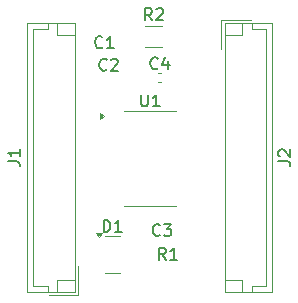
<source format=gbr>
%TF.GenerationSoftware,KiCad,Pcbnew,8.0.2-8.0.2-0~ubuntu22.04.1*%
%TF.CreationDate,2024-06-01T15:22:32+09:00*%
%TF.ProjectId,TB6612,54423636-3132-42e6-9b69-6361645f7063,rev?*%
%TF.SameCoordinates,Original*%
%TF.FileFunction,Legend,Top*%
%TF.FilePolarity,Positive*%
%FSLAX46Y46*%
G04 Gerber Fmt 4.6, Leading zero omitted, Abs format (unit mm)*
G04 Created by KiCad (PCBNEW 8.0.2-8.0.2-0~ubuntu22.04.1) date 2024-06-01 15:22:32*
%MOMM*%
%LPD*%
G01*
G04 APERTURE LIST*
%ADD10C,0.150000*%
%ADD11C,0.120000*%
G04 APERTURE END LIST*
D10*
X142438095Y-87434819D02*
X142438095Y-88244342D01*
X142438095Y-88244342D02*
X142485714Y-88339580D01*
X142485714Y-88339580D02*
X142533333Y-88387200D01*
X142533333Y-88387200D02*
X142628571Y-88434819D01*
X142628571Y-88434819D02*
X142819047Y-88434819D01*
X142819047Y-88434819D02*
X142914285Y-88387200D01*
X142914285Y-88387200D02*
X142961904Y-88339580D01*
X142961904Y-88339580D02*
X143009523Y-88244342D01*
X143009523Y-88244342D02*
X143009523Y-87434819D01*
X144009523Y-88434819D02*
X143438095Y-88434819D01*
X143723809Y-88434819D02*
X143723809Y-87434819D01*
X143723809Y-87434819D02*
X143628571Y-87577676D01*
X143628571Y-87577676D02*
X143533333Y-87672914D01*
X143533333Y-87672914D02*
X143438095Y-87720533D01*
X143333333Y-81134819D02*
X143000000Y-80658628D01*
X142761905Y-81134819D02*
X142761905Y-80134819D01*
X142761905Y-80134819D02*
X143142857Y-80134819D01*
X143142857Y-80134819D02*
X143238095Y-80182438D01*
X143238095Y-80182438D02*
X143285714Y-80230057D01*
X143285714Y-80230057D02*
X143333333Y-80325295D01*
X143333333Y-80325295D02*
X143333333Y-80468152D01*
X143333333Y-80468152D02*
X143285714Y-80563390D01*
X143285714Y-80563390D02*
X143238095Y-80611009D01*
X143238095Y-80611009D02*
X143142857Y-80658628D01*
X143142857Y-80658628D02*
X142761905Y-80658628D01*
X143714286Y-80230057D02*
X143761905Y-80182438D01*
X143761905Y-80182438D02*
X143857143Y-80134819D01*
X143857143Y-80134819D02*
X144095238Y-80134819D01*
X144095238Y-80134819D02*
X144190476Y-80182438D01*
X144190476Y-80182438D02*
X144238095Y-80230057D01*
X144238095Y-80230057D02*
X144285714Y-80325295D01*
X144285714Y-80325295D02*
X144285714Y-80420533D01*
X144285714Y-80420533D02*
X144238095Y-80563390D01*
X144238095Y-80563390D02*
X143666667Y-81134819D01*
X143666667Y-81134819D02*
X144285714Y-81134819D01*
X144513333Y-101404819D02*
X144180000Y-100928628D01*
X143941905Y-101404819D02*
X143941905Y-100404819D01*
X143941905Y-100404819D02*
X144322857Y-100404819D01*
X144322857Y-100404819D02*
X144418095Y-100452438D01*
X144418095Y-100452438D02*
X144465714Y-100500057D01*
X144465714Y-100500057D02*
X144513333Y-100595295D01*
X144513333Y-100595295D02*
X144513333Y-100738152D01*
X144513333Y-100738152D02*
X144465714Y-100833390D01*
X144465714Y-100833390D02*
X144418095Y-100881009D01*
X144418095Y-100881009D02*
X144322857Y-100928628D01*
X144322857Y-100928628D02*
X143941905Y-100928628D01*
X145465714Y-101404819D02*
X144894286Y-101404819D01*
X145180000Y-101404819D02*
X145180000Y-100404819D01*
X145180000Y-100404819D02*
X145084762Y-100547676D01*
X145084762Y-100547676D02*
X144989524Y-100642914D01*
X144989524Y-100642914D02*
X144894286Y-100690533D01*
X154054819Y-93083333D02*
X154769104Y-93083333D01*
X154769104Y-93083333D02*
X154911961Y-93130952D01*
X154911961Y-93130952D02*
X155007200Y-93226190D01*
X155007200Y-93226190D02*
X155054819Y-93369047D01*
X155054819Y-93369047D02*
X155054819Y-93464285D01*
X154150057Y-92654761D02*
X154102438Y-92607142D01*
X154102438Y-92607142D02*
X154054819Y-92511904D01*
X154054819Y-92511904D02*
X154054819Y-92273809D01*
X154054819Y-92273809D02*
X154102438Y-92178571D01*
X154102438Y-92178571D02*
X154150057Y-92130952D01*
X154150057Y-92130952D02*
X154245295Y-92083333D01*
X154245295Y-92083333D02*
X154340533Y-92083333D01*
X154340533Y-92083333D02*
X154483390Y-92130952D01*
X154483390Y-92130952D02*
X155054819Y-92702380D01*
X155054819Y-92702380D02*
X155054819Y-92083333D01*
X131154819Y-93083333D02*
X131869104Y-93083333D01*
X131869104Y-93083333D02*
X132011961Y-93130952D01*
X132011961Y-93130952D02*
X132107200Y-93226190D01*
X132107200Y-93226190D02*
X132154819Y-93369047D01*
X132154819Y-93369047D02*
X132154819Y-93464285D01*
X132154819Y-92083333D02*
X132154819Y-92654761D01*
X132154819Y-92369047D02*
X131154819Y-92369047D01*
X131154819Y-92369047D02*
X131297676Y-92464285D01*
X131297676Y-92464285D02*
X131392914Y-92559523D01*
X131392914Y-92559523D02*
X131440533Y-92654761D01*
X139261905Y-99054819D02*
X139261905Y-98054819D01*
X139261905Y-98054819D02*
X139500000Y-98054819D01*
X139500000Y-98054819D02*
X139642857Y-98102438D01*
X139642857Y-98102438D02*
X139738095Y-98197676D01*
X139738095Y-98197676D02*
X139785714Y-98292914D01*
X139785714Y-98292914D02*
X139833333Y-98483390D01*
X139833333Y-98483390D02*
X139833333Y-98626247D01*
X139833333Y-98626247D02*
X139785714Y-98816723D01*
X139785714Y-98816723D02*
X139738095Y-98911961D01*
X139738095Y-98911961D02*
X139642857Y-99007200D01*
X139642857Y-99007200D02*
X139500000Y-99054819D01*
X139500000Y-99054819D02*
X139261905Y-99054819D01*
X140785714Y-99054819D02*
X140214286Y-99054819D01*
X140500000Y-99054819D02*
X140500000Y-98054819D01*
X140500000Y-98054819D02*
X140404762Y-98197676D01*
X140404762Y-98197676D02*
X140309524Y-98292914D01*
X140309524Y-98292914D02*
X140214286Y-98340533D01*
X143833333Y-85199580D02*
X143785714Y-85247200D01*
X143785714Y-85247200D02*
X143642857Y-85294819D01*
X143642857Y-85294819D02*
X143547619Y-85294819D01*
X143547619Y-85294819D02*
X143404762Y-85247200D01*
X143404762Y-85247200D02*
X143309524Y-85151961D01*
X143309524Y-85151961D02*
X143261905Y-85056723D01*
X143261905Y-85056723D02*
X143214286Y-84866247D01*
X143214286Y-84866247D02*
X143214286Y-84723390D01*
X143214286Y-84723390D02*
X143261905Y-84532914D01*
X143261905Y-84532914D02*
X143309524Y-84437676D01*
X143309524Y-84437676D02*
X143404762Y-84342438D01*
X143404762Y-84342438D02*
X143547619Y-84294819D01*
X143547619Y-84294819D02*
X143642857Y-84294819D01*
X143642857Y-84294819D02*
X143785714Y-84342438D01*
X143785714Y-84342438D02*
X143833333Y-84390057D01*
X144690476Y-84628152D02*
X144690476Y-85294819D01*
X144452381Y-84247200D02*
X144214286Y-84961485D01*
X144214286Y-84961485D02*
X144833333Y-84961485D01*
X144013333Y-99309580D02*
X143965714Y-99357200D01*
X143965714Y-99357200D02*
X143822857Y-99404819D01*
X143822857Y-99404819D02*
X143727619Y-99404819D01*
X143727619Y-99404819D02*
X143584762Y-99357200D01*
X143584762Y-99357200D02*
X143489524Y-99261961D01*
X143489524Y-99261961D02*
X143441905Y-99166723D01*
X143441905Y-99166723D02*
X143394286Y-98976247D01*
X143394286Y-98976247D02*
X143394286Y-98833390D01*
X143394286Y-98833390D02*
X143441905Y-98642914D01*
X143441905Y-98642914D02*
X143489524Y-98547676D01*
X143489524Y-98547676D02*
X143584762Y-98452438D01*
X143584762Y-98452438D02*
X143727619Y-98404819D01*
X143727619Y-98404819D02*
X143822857Y-98404819D01*
X143822857Y-98404819D02*
X143965714Y-98452438D01*
X143965714Y-98452438D02*
X144013333Y-98500057D01*
X144346667Y-98404819D02*
X144965714Y-98404819D01*
X144965714Y-98404819D02*
X144632381Y-98785771D01*
X144632381Y-98785771D02*
X144775238Y-98785771D01*
X144775238Y-98785771D02*
X144870476Y-98833390D01*
X144870476Y-98833390D02*
X144918095Y-98881009D01*
X144918095Y-98881009D02*
X144965714Y-98976247D01*
X144965714Y-98976247D02*
X144965714Y-99214342D01*
X144965714Y-99214342D02*
X144918095Y-99309580D01*
X144918095Y-99309580D02*
X144870476Y-99357200D01*
X144870476Y-99357200D02*
X144775238Y-99404819D01*
X144775238Y-99404819D02*
X144489524Y-99404819D01*
X144489524Y-99404819D02*
X144394286Y-99357200D01*
X144394286Y-99357200D02*
X144346667Y-99309580D01*
X139513333Y-85309580D02*
X139465714Y-85357200D01*
X139465714Y-85357200D02*
X139322857Y-85404819D01*
X139322857Y-85404819D02*
X139227619Y-85404819D01*
X139227619Y-85404819D02*
X139084762Y-85357200D01*
X139084762Y-85357200D02*
X138989524Y-85261961D01*
X138989524Y-85261961D02*
X138941905Y-85166723D01*
X138941905Y-85166723D02*
X138894286Y-84976247D01*
X138894286Y-84976247D02*
X138894286Y-84833390D01*
X138894286Y-84833390D02*
X138941905Y-84642914D01*
X138941905Y-84642914D02*
X138989524Y-84547676D01*
X138989524Y-84547676D02*
X139084762Y-84452438D01*
X139084762Y-84452438D02*
X139227619Y-84404819D01*
X139227619Y-84404819D02*
X139322857Y-84404819D01*
X139322857Y-84404819D02*
X139465714Y-84452438D01*
X139465714Y-84452438D02*
X139513333Y-84500057D01*
X139894286Y-84500057D02*
X139941905Y-84452438D01*
X139941905Y-84452438D02*
X140037143Y-84404819D01*
X140037143Y-84404819D02*
X140275238Y-84404819D01*
X140275238Y-84404819D02*
X140370476Y-84452438D01*
X140370476Y-84452438D02*
X140418095Y-84500057D01*
X140418095Y-84500057D02*
X140465714Y-84595295D01*
X140465714Y-84595295D02*
X140465714Y-84690533D01*
X140465714Y-84690533D02*
X140418095Y-84833390D01*
X140418095Y-84833390D02*
X139846667Y-85404819D01*
X139846667Y-85404819D02*
X140465714Y-85404819D01*
X139153333Y-83409580D02*
X139105714Y-83457200D01*
X139105714Y-83457200D02*
X138962857Y-83504819D01*
X138962857Y-83504819D02*
X138867619Y-83504819D01*
X138867619Y-83504819D02*
X138724762Y-83457200D01*
X138724762Y-83457200D02*
X138629524Y-83361961D01*
X138629524Y-83361961D02*
X138581905Y-83266723D01*
X138581905Y-83266723D02*
X138534286Y-83076247D01*
X138534286Y-83076247D02*
X138534286Y-82933390D01*
X138534286Y-82933390D02*
X138581905Y-82742914D01*
X138581905Y-82742914D02*
X138629524Y-82647676D01*
X138629524Y-82647676D02*
X138724762Y-82552438D01*
X138724762Y-82552438D02*
X138867619Y-82504819D01*
X138867619Y-82504819D02*
X138962857Y-82504819D01*
X138962857Y-82504819D02*
X139105714Y-82552438D01*
X139105714Y-82552438D02*
X139153333Y-82600057D01*
X140105714Y-83504819D02*
X139534286Y-83504819D01*
X139820000Y-83504819D02*
X139820000Y-82504819D01*
X139820000Y-82504819D02*
X139724762Y-82647676D01*
X139724762Y-82647676D02*
X139629524Y-82742914D01*
X139629524Y-82742914D02*
X139534286Y-82790533D01*
D11*
%TO.C,U1*%
X143200000Y-88795000D02*
X141000000Y-88795000D01*
X143200000Y-88795000D02*
X145400000Y-88795000D01*
X143200000Y-96865000D02*
X141000000Y-96865000D01*
X143200000Y-96865000D02*
X145400000Y-96865000D01*
X139290000Y-89255000D02*
X138960000Y-89495000D01*
X138960000Y-89015000D01*
X139290000Y-89255000D01*
G36*
X139290000Y-89255000D02*
G01*
X138960000Y-89495000D01*
X138960000Y-89015000D01*
X139290000Y-89255000D01*
G37*
%TO.C,R2*%
X142772936Y-81590000D02*
X144227064Y-81590000D01*
X142772936Y-83410000D02*
X144227064Y-83410000D01*
%TO.C,J2*%
X151690000Y-81090000D02*
X149190000Y-81090000D01*
X149190000Y-81090000D02*
X149190000Y-83590000D01*
X153510000Y-81390000D02*
X149490000Y-81390000D01*
X151800000Y-81390000D02*
X151800000Y-81890000D01*
X150990000Y-81390000D02*
X150990000Y-82390000D01*
X149490000Y-81390000D02*
X149490000Y-104110000D01*
X153010000Y-81890000D02*
X153010000Y-103610000D01*
X151800000Y-81890000D02*
X153010000Y-81890000D01*
X150990000Y-82390000D02*
X149490000Y-82390000D01*
X150990000Y-103110000D02*
X149490000Y-103110000D01*
X153010000Y-103610000D02*
X151800000Y-103610000D01*
X151800000Y-103610000D02*
X151800000Y-104110000D01*
X153510000Y-104110000D02*
X153510000Y-81390000D01*
X150990000Y-104110000D02*
X150990000Y-103110000D01*
X149490000Y-104110000D02*
X153510000Y-104110000D01*
%TO.C,J1*%
X136810000Y-81390000D02*
X132790000Y-81390000D01*
X135310000Y-81390000D02*
X135310000Y-82390000D01*
X132790000Y-81390000D02*
X132790000Y-104110000D01*
X134500000Y-81890000D02*
X134500000Y-81390000D01*
X133290000Y-81890000D02*
X134500000Y-81890000D01*
X135310000Y-82390000D02*
X136810000Y-82390000D01*
X135310000Y-103110000D02*
X136810000Y-103110000D01*
X134500000Y-103610000D02*
X133290000Y-103610000D01*
X133290000Y-103610000D02*
X133290000Y-81890000D01*
X136810000Y-104110000D02*
X136810000Y-81390000D01*
X135310000Y-104110000D02*
X135310000Y-103110000D01*
X134500000Y-104110000D02*
X134500000Y-103610000D01*
X132790000Y-104110000D02*
X136810000Y-104110000D01*
X137110000Y-104410000D02*
X137110000Y-101910000D01*
X134610000Y-104410000D02*
X137110000Y-104410000D01*
%TO.C,D1*%
X140000000Y-99440000D02*
X139350000Y-99440000D01*
X140000000Y-99440000D02*
X140650000Y-99440000D01*
X140000000Y-102560000D02*
X139350000Y-102560000D01*
X140000000Y-102560000D02*
X140650000Y-102560000D01*
X138837500Y-99490000D02*
X138597500Y-99160000D01*
X139077500Y-99160000D01*
X138837500Y-99490000D01*
G36*
X138837500Y-99490000D02*
G01*
X138597500Y-99160000D01*
X139077500Y-99160000D01*
X138837500Y-99490000D01*
G37*
%TO.C,C4*%
X143892164Y-85640000D02*
X144107836Y-85640000D01*
X143892164Y-86360000D02*
X144107836Y-86360000D01*
%TD*%
M02*

</source>
